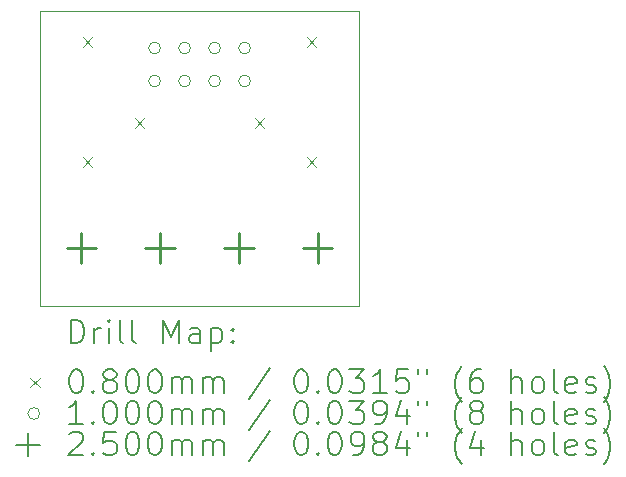
<source format=gbr>
%TF.GenerationSoftware,KiCad,Pcbnew,7.0.10*%
%TF.CreationDate,2024-07-28T21:48:20+02:00*%
%TF.ProjectId,Traffic LED Board,54726166-6669-4632-904c-454420426f61,rev?*%
%TF.SameCoordinates,Original*%
%TF.FileFunction,Drillmap*%
%TF.FilePolarity,Positive*%
%FSLAX45Y45*%
G04 Gerber Fmt 4.5, Leading zero omitted, Abs format (unit mm)*
G04 Created by KiCad (PCBNEW 7.0.10) date 2024-07-28 21:48:20*
%MOMM*%
%LPD*%
G01*
G04 APERTURE LIST*
%ADD10C,0.050000*%
%ADD11C,0.200000*%
%ADD12C,0.100000*%
%ADD13C,0.250000*%
G04 APERTURE END LIST*
D10*
X9977400Y-10000000D02*
X12677400Y-10000000D01*
X12677400Y-12500000D01*
X9977400Y-12500000D01*
X9977400Y-10000000D01*
D11*
D12*
X10337400Y-10221600D02*
X10417400Y-10301600D01*
X10417400Y-10221600D02*
X10337400Y-10301600D01*
X10337400Y-11237600D02*
X10417400Y-11317600D01*
X10417400Y-11237600D02*
X10337400Y-11317600D01*
X10779400Y-10907400D02*
X10859400Y-10987400D01*
X10859400Y-10907400D02*
X10779400Y-10987400D01*
X11795400Y-10907400D02*
X11875400Y-10987400D01*
X11875400Y-10907400D02*
X11795400Y-10987400D01*
X12237400Y-10221600D02*
X12317400Y-10301600D01*
X12317400Y-10221600D02*
X12237400Y-10301600D01*
X12237400Y-11237600D02*
X12317400Y-11317600D01*
X12317400Y-11237600D02*
X12237400Y-11317600D01*
X10997400Y-10312400D02*
G75*
G03*
X10897400Y-10312400I-50000J0D01*
G01*
X10897400Y-10312400D02*
G75*
G03*
X10997400Y-10312400I50000J0D01*
G01*
X10997400Y-10591800D02*
G75*
G03*
X10897400Y-10591800I-50000J0D01*
G01*
X10897400Y-10591800D02*
G75*
G03*
X10997400Y-10591800I50000J0D01*
G01*
X11251400Y-10312400D02*
G75*
G03*
X11151400Y-10312400I-50000J0D01*
G01*
X11151400Y-10312400D02*
G75*
G03*
X11251400Y-10312400I50000J0D01*
G01*
X11251400Y-10591800D02*
G75*
G03*
X11151400Y-10591800I-50000J0D01*
G01*
X11151400Y-10591800D02*
G75*
G03*
X11251400Y-10591800I50000J0D01*
G01*
X11505400Y-10312400D02*
G75*
G03*
X11405400Y-10312400I-50000J0D01*
G01*
X11405400Y-10312400D02*
G75*
G03*
X11505400Y-10312400I50000J0D01*
G01*
X11505400Y-10591800D02*
G75*
G03*
X11405400Y-10591800I-50000J0D01*
G01*
X11405400Y-10591800D02*
G75*
G03*
X11505400Y-10591800I50000J0D01*
G01*
X11759400Y-10312400D02*
G75*
G03*
X11659400Y-10312400I-50000J0D01*
G01*
X11659400Y-10312400D02*
G75*
G03*
X11759400Y-10312400I50000J0D01*
G01*
X11759400Y-10591800D02*
G75*
G03*
X11659400Y-10591800I-50000J0D01*
G01*
X11659400Y-10591800D02*
G75*
G03*
X11759400Y-10591800I50000J0D01*
G01*
D13*
X10328393Y-11881436D02*
X10328393Y-12131436D01*
X10203393Y-12006436D02*
X10453393Y-12006436D01*
X10995060Y-11881436D02*
X10995060Y-12131436D01*
X10870060Y-12006436D02*
X11120060Y-12006436D01*
X11661726Y-11881436D02*
X11661726Y-12131436D01*
X11536726Y-12006436D02*
X11786726Y-12006436D01*
X12328393Y-11881436D02*
X12328393Y-12131436D01*
X12203393Y-12006436D02*
X12453393Y-12006436D01*
D11*
X10235677Y-12813984D02*
X10235677Y-12613984D01*
X10235677Y-12613984D02*
X10283296Y-12613984D01*
X10283296Y-12613984D02*
X10311867Y-12623508D01*
X10311867Y-12623508D02*
X10330915Y-12642555D01*
X10330915Y-12642555D02*
X10340439Y-12661603D01*
X10340439Y-12661603D02*
X10349963Y-12699698D01*
X10349963Y-12699698D02*
X10349963Y-12728269D01*
X10349963Y-12728269D02*
X10340439Y-12766365D01*
X10340439Y-12766365D02*
X10330915Y-12785412D01*
X10330915Y-12785412D02*
X10311867Y-12804460D01*
X10311867Y-12804460D02*
X10283296Y-12813984D01*
X10283296Y-12813984D02*
X10235677Y-12813984D01*
X10435677Y-12813984D02*
X10435677Y-12680650D01*
X10435677Y-12718746D02*
X10445201Y-12699698D01*
X10445201Y-12699698D02*
X10454724Y-12690174D01*
X10454724Y-12690174D02*
X10473772Y-12680650D01*
X10473772Y-12680650D02*
X10492820Y-12680650D01*
X10559486Y-12813984D02*
X10559486Y-12680650D01*
X10559486Y-12613984D02*
X10549963Y-12623508D01*
X10549963Y-12623508D02*
X10559486Y-12633031D01*
X10559486Y-12633031D02*
X10569010Y-12623508D01*
X10569010Y-12623508D02*
X10559486Y-12613984D01*
X10559486Y-12613984D02*
X10559486Y-12633031D01*
X10683296Y-12813984D02*
X10664248Y-12804460D01*
X10664248Y-12804460D02*
X10654724Y-12785412D01*
X10654724Y-12785412D02*
X10654724Y-12613984D01*
X10788058Y-12813984D02*
X10769010Y-12804460D01*
X10769010Y-12804460D02*
X10759486Y-12785412D01*
X10759486Y-12785412D02*
X10759486Y-12613984D01*
X11016629Y-12813984D02*
X11016629Y-12613984D01*
X11016629Y-12613984D02*
X11083296Y-12756841D01*
X11083296Y-12756841D02*
X11149963Y-12613984D01*
X11149963Y-12613984D02*
X11149963Y-12813984D01*
X11330915Y-12813984D02*
X11330915Y-12709222D01*
X11330915Y-12709222D02*
X11321391Y-12690174D01*
X11321391Y-12690174D02*
X11302343Y-12680650D01*
X11302343Y-12680650D02*
X11264248Y-12680650D01*
X11264248Y-12680650D02*
X11245201Y-12690174D01*
X11330915Y-12804460D02*
X11311867Y-12813984D01*
X11311867Y-12813984D02*
X11264248Y-12813984D01*
X11264248Y-12813984D02*
X11245201Y-12804460D01*
X11245201Y-12804460D02*
X11235677Y-12785412D01*
X11235677Y-12785412D02*
X11235677Y-12766365D01*
X11235677Y-12766365D02*
X11245201Y-12747317D01*
X11245201Y-12747317D02*
X11264248Y-12737793D01*
X11264248Y-12737793D02*
X11311867Y-12737793D01*
X11311867Y-12737793D02*
X11330915Y-12728269D01*
X11426153Y-12680650D02*
X11426153Y-12880650D01*
X11426153Y-12690174D02*
X11445201Y-12680650D01*
X11445201Y-12680650D02*
X11483296Y-12680650D01*
X11483296Y-12680650D02*
X11502343Y-12690174D01*
X11502343Y-12690174D02*
X11511867Y-12699698D01*
X11511867Y-12699698D02*
X11521391Y-12718746D01*
X11521391Y-12718746D02*
X11521391Y-12775888D01*
X11521391Y-12775888D02*
X11511867Y-12794936D01*
X11511867Y-12794936D02*
X11502343Y-12804460D01*
X11502343Y-12804460D02*
X11483296Y-12813984D01*
X11483296Y-12813984D02*
X11445201Y-12813984D01*
X11445201Y-12813984D02*
X11426153Y-12804460D01*
X11607105Y-12794936D02*
X11616629Y-12804460D01*
X11616629Y-12804460D02*
X11607105Y-12813984D01*
X11607105Y-12813984D02*
X11597582Y-12804460D01*
X11597582Y-12804460D02*
X11607105Y-12794936D01*
X11607105Y-12794936D02*
X11607105Y-12813984D01*
X11607105Y-12690174D02*
X11616629Y-12699698D01*
X11616629Y-12699698D02*
X11607105Y-12709222D01*
X11607105Y-12709222D02*
X11597582Y-12699698D01*
X11597582Y-12699698D02*
X11607105Y-12690174D01*
X11607105Y-12690174D02*
X11607105Y-12709222D01*
D12*
X9894900Y-13102500D02*
X9974900Y-13182500D01*
X9974900Y-13102500D02*
X9894900Y-13182500D01*
D11*
X10273772Y-13033984D02*
X10292820Y-13033984D01*
X10292820Y-13033984D02*
X10311867Y-13043508D01*
X10311867Y-13043508D02*
X10321391Y-13053031D01*
X10321391Y-13053031D02*
X10330915Y-13072079D01*
X10330915Y-13072079D02*
X10340439Y-13110174D01*
X10340439Y-13110174D02*
X10340439Y-13157793D01*
X10340439Y-13157793D02*
X10330915Y-13195888D01*
X10330915Y-13195888D02*
X10321391Y-13214936D01*
X10321391Y-13214936D02*
X10311867Y-13224460D01*
X10311867Y-13224460D02*
X10292820Y-13233984D01*
X10292820Y-13233984D02*
X10273772Y-13233984D01*
X10273772Y-13233984D02*
X10254724Y-13224460D01*
X10254724Y-13224460D02*
X10245201Y-13214936D01*
X10245201Y-13214936D02*
X10235677Y-13195888D01*
X10235677Y-13195888D02*
X10226153Y-13157793D01*
X10226153Y-13157793D02*
X10226153Y-13110174D01*
X10226153Y-13110174D02*
X10235677Y-13072079D01*
X10235677Y-13072079D02*
X10245201Y-13053031D01*
X10245201Y-13053031D02*
X10254724Y-13043508D01*
X10254724Y-13043508D02*
X10273772Y-13033984D01*
X10426153Y-13214936D02*
X10435677Y-13224460D01*
X10435677Y-13224460D02*
X10426153Y-13233984D01*
X10426153Y-13233984D02*
X10416629Y-13224460D01*
X10416629Y-13224460D02*
X10426153Y-13214936D01*
X10426153Y-13214936D02*
X10426153Y-13233984D01*
X10549963Y-13119698D02*
X10530915Y-13110174D01*
X10530915Y-13110174D02*
X10521391Y-13100650D01*
X10521391Y-13100650D02*
X10511867Y-13081603D01*
X10511867Y-13081603D02*
X10511867Y-13072079D01*
X10511867Y-13072079D02*
X10521391Y-13053031D01*
X10521391Y-13053031D02*
X10530915Y-13043508D01*
X10530915Y-13043508D02*
X10549963Y-13033984D01*
X10549963Y-13033984D02*
X10588058Y-13033984D01*
X10588058Y-13033984D02*
X10607105Y-13043508D01*
X10607105Y-13043508D02*
X10616629Y-13053031D01*
X10616629Y-13053031D02*
X10626153Y-13072079D01*
X10626153Y-13072079D02*
X10626153Y-13081603D01*
X10626153Y-13081603D02*
X10616629Y-13100650D01*
X10616629Y-13100650D02*
X10607105Y-13110174D01*
X10607105Y-13110174D02*
X10588058Y-13119698D01*
X10588058Y-13119698D02*
X10549963Y-13119698D01*
X10549963Y-13119698D02*
X10530915Y-13129222D01*
X10530915Y-13129222D02*
X10521391Y-13138746D01*
X10521391Y-13138746D02*
X10511867Y-13157793D01*
X10511867Y-13157793D02*
X10511867Y-13195888D01*
X10511867Y-13195888D02*
X10521391Y-13214936D01*
X10521391Y-13214936D02*
X10530915Y-13224460D01*
X10530915Y-13224460D02*
X10549963Y-13233984D01*
X10549963Y-13233984D02*
X10588058Y-13233984D01*
X10588058Y-13233984D02*
X10607105Y-13224460D01*
X10607105Y-13224460D02*
X10616629Y-13214936D01*
X10616629Y-13214936D02*
X10626153Y-13195888D01*
X10626153Y-13195888D02*
X10626153Y-13157793D01*
X10626153Y-13157793D02*
X10616629Y-13138746D01*
X10616629Y-13138746D02*
X10607105Y-13129222D01*
X10607105Y-13129222D02*
X10588058Y-13119698D01*
X10749963Y-13033984D02*
X10769010Y-13033984D01*
X10769010Y-13033984D02*
X10788058Y-13043508D01*
X10788058Y-13043508D02*
X10797582Y-13053031D01*
X10797582Y-13053031D02*
X10807105Y-13072079D01*
X10807105Y-13072079D02*
X10816629Y-13110174D01*
X10816629Y-13110174D02*
X10816629Y-13157793D01*
X10816629Y-13157793D02*
X10807105Y-13195888D01*
X10807105Y-13195888D02*
X10797582Y-13214936D01*
X10797582Y-13214936D02*
X10788058Y-13224460D01*
X10788058Y-13224460D02*
X10769010Y-13233984D01*
X10769010Y-13233984D02*
X10749963Y-13233984D01*
X10749963Y-13233984D02*
X10730915Y-13224460D01*
X10730915Y-13224460D02*
X10721391Y-13214936D01*
X10721391Y-13214936D02*
X10711867Y-13195888D01*
X10711867Y-13195888D02*
X10702344Y-13157793D01*
X10702344Y-13157793D02*
X10702344Y-13110174D01*
X10702344Y-13110174D02*
X10711867Y-13072079D01*
X10711867Y-13072079D02*
X10721391Y-13053031D01*
X10721391Y-13053031D02*
X10730915Y-13043508D01*
X10730915Y-13043508D02*
X10749963Y-13033984D01*
X10940439Y-13033984D02*
X10959486Y-13033984D01*
X10959486Y-13033984D02*
X10978534Y-13043508D01*
X10978534Y-13043508D02*
X10988058Y-13053031D01*
X10988058Y-13053031D02*
X10997582Y-13072079D01*
X10997582Y-13072079D02*
X11007105Y-13110174D01*
X11007105Y-13110174D02*
X11007105Y-13157793D01*
X11007105Y-13157793D02*
X10997582Y-13195888D01*
X10997582Y-13195888D02*
X10988058Y-13214936D01*
X10988058Y-13214936D02*
X10978534Y-13224460D01*
X10978534Y-13224460D02*
X10959486Y-13233984D01*
X10959486Y-13233984D02*
X10940439Y-13233984D01*
X10940439Y-13233984D02*
X10921391Y-13224460D01*
X10921391Y-13224460D02*
X10911867Y-13214936D01*
X10911867Y-13214936D02*
X10902344Y-13195888D01*
X10902344Y-13195888D02*
X10892820Y-13157793D01*
X10892820Y-13157793D02*
X10892820Y-13110174D01*
X10892820Y-13110174D02*
X10902344Y-13072079D01*
X10902344Y-13072079D02*
X10911867Y-13053031D01*
X10911867Y-13053031D02*
X10921391Y-13043508D01*
X10921391Y-13043508D02*
X10940439Y-13033984D01*
X11092820Y-13233984D02*
X11092820Y-13100650D01*
X11092820Y-13119698D02*
X11102344Y-13110174D01*
X11102344Y-13110174D02*
X11121391Y-13100650D01*
X11121391Y-13100650D02*
X11149963Y-13100650D01*
X11149963Y-13100650D02*
X11169010Y-13110174D01*
X11169010Y-13110174D02*
X11178534Y-13129222D01*
X11178534Y-13129222D02*
X11178534Y-13233984D01*
X11178534Y-13129222D02*
X11188058Y-13110174D01*
X11188058Y-13110174D02*
X11207105Y-13100650D01*
X11207105Y-13100650D02*
X11235677Y-13100650D01*
X11235677Y-13100650D02*
X11254724Y-13110174D01*
X11254724Y-13110174D02*
X11264248Y-13129222D01*
X11264248Y-13129222D02*
X11264248Y-13233984D01*
X11359486Y-13233984D02*
X11359486Y-13100650D01*
X11359486Y-13119698D02*
X11369010Y-13110174D01*
X11369010Y-13110174D02*
X11388058Y-13100650D01*
X11388058Y-13100650D02*
X11416629Y-13100650D01*
X11416629Y-13100650D02*
X11435677Y-13110174D01*
X11435677Y-13110174D02*
X11445201Y-13129222D01*
X11445201Y-13129222D02*
X11445201Y-13233984D01*
X11445201Y-13129222D02*
X11454724Y-13110174D01*
X11454724Y-13110174D02*
X11473772Y-13100650D01*
X11473772Y-13100650D02*
X11502343Y-13100650D01*
X11502343Y-13100650D02*
X11521391Y-13110174D01*
X11521391Y-13110174D02*
X11530915Y-13129222D01*
X11530915Y-13129222D02*
X11530915Y-13233984D01*
X11921391Y-13024460D02*
X11749963Y-13281603D01*
X12178534Y-13033984D02*
X12197582Y-13033984D01*
X12197582Y-13033984D02*
X12216629Y-13043508D01*
X12216629Y-13043508D02*
X12226153Y-13053031D01*
X12226153Y-13053031D02*
X12235677Y-13072079D01*
X12235677Y-13072079D02*
X12245201Y-13110174D01*
X12245201Y-13110174D02*
X12245201Y-13157793D01*
X12245201Y-13157793D02*
X12235677Y-13195888D01*
X12235677Y-13195888D02*
X12226153Y-13214936D01*
X12226153Y-13214936D02*
X12216629Y-13224460D01*
X12216629Y-13224460D02*
X12197582Y-13233984D01*
X12197582Y-13233984D02*
X12178534Y-13233984D01*
X12178534Y-13233984D02*
X12159486Y-13224460D01*
X12159486Y-13224460D02*
X12149963Y-13214936D01*
X12149963Y-13214936D02*
X12140439Y-13195888D01*
X12140439Y-13195888D02*
X12130915Y-13157793D01*
X12130915Y-13157793D02*
X12130915Y-13110174D01*
X12130915Y-13110174D02*
X12140439Y-13072079D01*
X12140439Y-13072079D02*
X12149963Y-13053031D01*
X12149963Y-13053031D02*
X12159486Y-13043508D01*
X12159486Y-13043508D02*
X12178534Y-13033984D01*
X12330915Y-13214936D02*
X12340439Y-13224460D01*
X12340439Y-13224460D02*
X12330915Y-13233984D01*
X12330915Y-13233984D02*
X12321391Y-13224460D01*
X12321391Y-13224460D02*
X12330915Y-13214936D01*
X12330915Y-13214936D02*
X12330915Y-13233984D01*
X12464248Y-13033984D02*
X12483296Y-13033984D01*
X12483296Y-13033984D02*
X12502344Y-13043508D01*
X12502344Y-13043508D02*
X12511867Y-13053031D01*
X12511867Y-13053031D02*
X12521391Y-13072079D01*
X12521391Y-13072079D02*
X12530915Y-13110174D01*
X12530915Y-13110174D02*
X12530915Y-13157793D01*
X12530915Y-13157793D02*
X12521391Y-13195888D01*
X12521391Y-13195888D02*
X12511867Y-13214936D01*
X12511867Y-13214936D02*
X12502344Y-13224460D01*
X12502344Y-13224460D02*
X12483296Y-13233984D01*
X12483296Y-13233984D02*
X12464248Y-13233984D01*
X12464248Y-13233984D02*
X12445201Y-13224460D01*
X12445201Y-13224460D02*
X12435677Y-13214936D01*
X12435677Y-13214936D02*
X12426153Y-13195888D01*
X12426153Y-13195888D02*
X12416629Y-13157793D01*
X12416629Y-13157793D02*
X12416629Y-13110174D01*
X12416629Y-13110174D02*
X12426153Y-13072079D01*
X12426153Y-13072079D02*
X12435677Y-13053031D01*
X12435677Y-13053031D02*
X12445201Y-13043508D01*
X12445201Y-13043508D02*
X12464248Y-13033984D01*
X12597582Y-13033984D02*
X12721391Y-13033984D01*
X12721391Y-13033984D02*
X12654725Y-13110174D01*
X12654725Y-13110174D02*
X12683296Y-13110174D01*
X12683296Y-13110174D02*
X12702344Y-13119698D01*
X12702344Y-13119698D02*
X12711867Y-13129222D01*
X12711867Y-13129222D02*
X12721391Y-13148269D01*
X12721391Y-13148269D02*
X12721391Y-13195888D01*
X12721391Y-13195888D02*
X12711867Y-13214936D01*
X12711867Y-13214936D02*
X12702344Y-13224460D01*
X12702344Y-13224460D02*
X12683296Y-13233984D01*
X12683296Y-13233984D02*
X12626153Y-13233984D01*
X12626153Y-13233984D02*
X12607106Y-13224460D01*
X12607106Y-13224460D02*
X12597582Y-13214936D01*
X12911867Y-13233984D02*
X12797582Y-13233984D01*
X12854725Y-13233984D02*
X12854725Y-13033984D01*
X12854725Y-13033984D02*
X12835677Y-13062555D01*
X12835677Y-13062555D02*
X12816629Y-13081603D01*
X12816629Y-13081603D02*
X12797582Y-13091127D01*
X13092820Y-13033984D02*
X12997582Y-13033984D01*
X12997582Y-13033984D02*
X12988058Y-13129222D01*
X12988058Y-13129222D02*
X12997582Y-13119698D01*
X12997582Y-13119698D02*
X13016629Y-13110174D01*
X13016629Y-13110174D02*
X13064248Y-13110174D01*
X13064248Y-13110174D02*
X13083296Y-13119698D01*
X13083296Y-13119698D02*
X13092820Y-13129222D01*
X13092820Y-13129222D02*
X13102344Y-13148269D01*
X13102344Y-13148269D02*
X13102344Y-13195888D01*
X13102344Y-13195888D02*
X13092820Y-13214936D01*
X13092820Y-13214936D02*
X13083296Y-13224460D01*
X13083296Y-13224460D02*
X13064248Y-13233984D01*
X13064248Y-13233984D02*
X13016629Y-13233984D01*
X13016629Y-13233984D02*
X12997582Y-13224460D01*
X12997582Y-13224460D02*
X12988058Y-13214936D01*
X13178534Y-13033984D02*
X13178534Y-13072079D01*
X13254725Y-13033984D02*
X13254725Y-13072079D01*
X13549963Y-13310174D02*
X13540439Y-13300650D01*
X13540439Y-13300650D02*
X13521391Y-13272079D01*
X13521391Y-13272079D02*
X13511868Y-13253031D01*
X13511868Y-13253031D02*
X13502344Y-13224460D01*
X13502344Y-13224460D02*
X13492820Y-13176841D01*
X13492820Y-13176841D02*
X13492820Y-13138746D01*
X13492820Y-13138746D02*
X13502344Y-13091127D01*
X13502344Y-13091127D02*
X13511868Y-13062555D01*
X13511868Y-13062555D02*
X13521391Y-13043508D01*
X13521391Y-13043508D02*
X13540439Y-13014936D01*
X13540439Y-13014936D02*
X13549963Y-13005412D01*
X13711868Y-13033984D02*
X13673772Y-13033984D01*
X13673772Y-13033984D02*
X13654725Y-13043508D01*
X13654725Y-13043508D02*
X13645201Y-13053031D01*
X13645201Y-13053031D02*
X13626153Y-13081603D01*
X13626153Y-13081603D02*
X13616629Y-13119698D01*
X13616629Y-13119698D02*
X13616629Y-13195888D01*
X13616629Y-13195888D02*
X13626153Y-13214936D01*
X13626153Y-13214936D02*
X13635677Y-13224460D01*
X13635677Y-13224460D02*
X13654725Y-13233984D01*
X13654725Y-13233984D02*
X13692820Y-13233984D01*
X13692820Y-13233984D02*
X13711868Y-13224460D01*
X13711868Y-13224460D02*
X13721391Y-13214936D01*
X13721391Y-13214936D02*
X13730915Y-13195888D01*
X13730915Y-13195888D02*
X13730915Y-13148269D01*
X13730915Y-13148269D02*
X13721391Y-13129222D01*
X13721391Y-13129222D02*
X13711868Y-13119698D01*
X13711868Y-13119698D02*
X13692820Y-13110174D01*
X13692820Y-13110174D02*
X13654725Y-13110174D01*
X13654725Y-13110174D02*
X13635677Y-13119698D01*
X13635677Y-13119698D02*
X13626153Y-13129222D01*
X13626153Y-13129222D02*
X13616629Y-13148269D01*
X13969010Y-13233984D02*
X13969010Y-13033984D01*
X14054725Y-13233984D02*
X14054725Y-13129222D01*
X14054725Y-13129222D02*
X14045201Y-13110174D01*
X14045201Y-13110174D02*
X14026153Y-13100650D01*
X14026153Y-13100650D02*
X13997582Y-13100650D01*
X13997582Y-13100650D02*
X13978534Y-13110174D01*
X13978534Y-13110174D02*
X13969010Y-13119698D01*
X14178534Y-13233984D02*
X14159487Y-13224460D01*
X14159487Y-13224460D02*
X14149963Y-13214936D01*
X14149963Y-13214936D02*
X14140439Y-13195888D01*
X14140439Y-13195888D02*
X14140439Y-13138746D01*
X14140439Y-13138746D02*
X14149963Y-13119698D01*
X14149963Y-13119698D02*
X14159487Y-13110174D01*
X14159487Y-13110174D02*
X14178534Y-13100650D01*
X14178534Y-13100650D02*
X14207106Y-13100650D01*
X14207106Y-13100650D02*
X14226153Y-13110174D01*
X14226153Y-13110174D02*
X14235677Y-13119698D01*
X14235677Y-13119698D02*
X14245201Y-13138746D01*
X14245201Y-13138746D02*
X14245201Y-13195888D01*
X14245201Y-13195888D02*
X14235677Y-13214936D01*
X14235677Y-13214936D02*
X14226153Y-13224460D01*
X14226153Y-13224460D02*
X14207106Y-13233984D01*
X14207106Y-13233984D02*
X14178534Y-13233984D01*
X14359487Y-13233984D02*
X14340439Y-13224460D01*
X14340439Y-13224460D02*
X14330915Y-13205412D01*
X14330915Y-13205412D02*
X14330915Y-13033984D01*
X14511868Y-13224460D02*
X14492820Y-13233984D01*
X14492820Y-13233984D02*
X14454725Y-13233984D01*
X14454725Y-13233984D02*
X14435677Y-13224460D01*
X14435677Y-13224460D02*
X14426153Y-13205412D01*
X14426153Y-13205412D02*
X14426153Y-13129222D01*
X14426153Y-13129222D02*
X14435677Y-13110174D01*
X14435677Y-13110174D02*
X14454725Y-13100650D01*
X14454725Y-13100650D02*
X14492820Y-13100650D01*
X14492820Y-13100650D02*
X14511868Y-13110174D01*
X14511868Y-13110174D02*
X14521391Y-13129222D01*
X14521391Y-13129222D02*
X14521391Y-13148269D01*
X14521391Y-13148269D02*
X14426153Y-13167317D01*
X14597582Y-13224460D02*
X14616630Y-13233984D01*
X14616630Y-13233984D02*
X14654725Y-13233984D01*
X14654725Y-13233984D02*
X14673772Y-13224460D01*
X14673772Y-13224460D02*
X14683296Y-13205412D01*
X14683296Y-13205412D02*
X14683296Y-13195888D01*
X14683296Y-13195888D02*
X14673772Y-13176841D01*
X14673772Y-13176841D02*
X14654725Y-13167317D01*
X14654725Y-13167317D02*
X14626153Y-13167317D01*
X14626153Y-13167317D02*
X14607106Y-13157793D01*
X14607106Y-13157793D02*
X14597582Y-13138746D01*
X14597582Y-13138746D02*
X14597582Y-13129222D01*
X14597582Y-13129222D02*
X14607106Y-13110174D01*
X14607106Y-13110174D02*
X14626153Y-13100650D01*
X14626153Y-13100650D02*
X14654725Y-13100650D01*
X14654725Y-13100650D02*
X14673772Y-13110174D01*
X14749963Y-13310174D02*
X14759487Y-13300650D01*
X14759487Y-13300650D02*
X14778534Y-13272079D01*
X14778534Y-13272079D02*
X14788058Y-13253031D01*
X14788058Y-13253031D02*
X14797582Y-13224460D01*
X14797582Y-13224460D02*
X14807106Y-13176841D01*
X14807106Y-13176841D02*
X14807106Y-13138746D01*
X14807106Y-13138746D02*
X14797582Y-13091127D01*
X14797582Y-13091127D02*
X14788058Y-13062555D01*
X14788058Y-13062555D02*
X14778534Y-13043508D01*
X14778534Y-13043508D02*
X14759487Y-13014936D01*
X14759487Y-13014936D02*
X14749963Y-13005412D01*
D12*
X9974900Y-13406500D02*
G75*
G03*
X9874900Y-13406500I-50000J0D01*
G01*
X9874900Y-13406500D02*
G75*
G03*
X9974900Y-13406500I50000J0D01*
G01*
D11*
X10340439Y-13497984D02*
X10226153Y-13497984D01*
X10283296Y-13497984D02*
X10283296Y-13297984D01*
X10283296Y-13297984D02*
X10264248Y-13326555D01*
X10264248Y-13326555D02*
X10245201Y-13345603D01*
X10245201Y-13345603D02*
X10226153Y-13355127D01*
X10426153Y-13478936D02*
X10435677Y-13488460D01*
X10435677Y-13488460D02*
X10426153Y-13497984D01*
X10426153Y-13497984D02*
X10416629Y-13488460D01*
X10416629Y-13488460D02*
X10426153Y-13478936D01*
X10426153Y-13478936D02*
X10426153Y-13497984D01*
X10559486Y-13297984D02*
X10578534Y-13297984D01*
X10578534Y-13297984D02*
X10597582Y-13307508D01*
X10597582Y-13307508D02*
X10607105Y-13317031D01*
X10607105Y-13317031D02*
X10616629Y-13336079D01*
X10616629Y-13336079D02*
X10626153Y-13374174D01*
X10626153Y-13374174D02*
X10626153Y-13421793D01*
X10626153Y-13421793D02*
X10616629Y-13459888D01*
X10616629Y-13459888D02*
X10607105Y-13478936D01*
X10607105Y-13478936D02*
X10597582Y-13488460D01*
X10597582Y-13488460D02*
X10578534Y-13497984D01*
X10578534Y-13497984D02*
X10559486Y-13497984D01*
X10559486Y-13497984D02*
X10540439Y-13488460D01*
X10540439Y-13488460D02*
X10530915Y-13478936D01*
X10530915Y-13478936D02*
X10521391Y-13459888D01*
X10521391Y-13459888D02*
X10511867Y-13421793D01*
X10511867Y-13421793D02*
X10511867Y-13374174D01*
X10511867Y-13374174D02*
X10521391Y-13336079D01*
X10521391Y-13336079D02*
X10530915Y-13317031D01*
X10530915Y-13317031D02*
X10540439Y-13307508D01*
X10540439Y-13307508D02*
X10559486Y-13297984D01*
X10749963Y-13297984D02*
X10769010Y-13297984D01*
X10769010Y-13297984D02*
X10788058Y-13307508D01*
X10788058Y-13307508D02*
X10797582Y-13317031D01*
X10797582Y-13317031D02*
X10807105Y-13336079D01*
X10807105Y-13336079D02*
X10816629Y-13374174D01*
X10816629Y-13374174D02*
X10816629Y-13421793D01*
X10816629Y-13421793D02*
X10807105Y-13459888D01*
X10807105Y-13459888D02*
X10797582Y-13478936D01*
X10797582Y-13478936D02*
X10788058Y-13488460D01*
X10788058Y-13488460D02*
X10769010Y-13497984D01*
X10769010Y-13497984D02*
X10749963Y-13497984D01*
X10749963Y-13497984D02*
X10730915Y-13488460D01*
X10730915Y-13488460D02*
X10721391Y-13478936D01*
X10721391Y-13478936D02*
X10711867Y-13459888D01*
X10711867Y-13459888D02*
X10702344Y-13421793D01*
X10702344Y-13421793D02*
X10702344Y-13374174D01*
X10702344Y-13374174D02*
X10711867Y-13336079D01*
X10711867Y-13336079D02*
X10721391Y-13317031D01*
X10721391Y-13317031D02*
X10730915Y-13307508D01*
X10730915Y-13307508D02*
X10749963Y-13297984D01*
X10940439Y-13297984D02*
X10959486Y-13297984D01*
X10959486Y-13297984D02*
X10978534Y-13307508D01*
X10978534Y-13307508D02*
X10988058Y-13317031D01*
X10988058Y-13317031D02*
X10997582Y-13336079D01*
X10997582Y-13336079D02*
X11007105Y-13374174D01*
X11007105Y-13374174D02*
X11007105Y-13421793D01*
X11007105Y-13421793D02*
X10997582Y-13459888D01*
X10997582Y-13459888D02*
X10988058Y-13478936D01*
X10988058Y-13478936D02*
X10978534Y-13488460D01*
X10978534Y-13488460D02*
X10959486Y-13497984D01*
X10959486Y-13497984D02*
X10940439Y-13497984D01*
X10940439Y-13497984D02*
X10921391Y-13488460D01*
X10921391Y-13488460D02*
X10911867Y-13478936D01*
X10911867Y-13478936D02*
X10902344Y-13459888D01*
X10902344Y-13459888D02*
X10892820Y-13421793D01*
X10892820Y-13421793D02*
X10892820Y-13374174D01*
X10892820Y-13374174D02*
X10902344Y-13336079D01*
X10902344Y-13336079D02*
X10911867Y-13317031D01*
X10911867Y-13317031D02*
X10921391Y-13307508D01*
X10921391Y-13307508D02*
X10940439Y-13297984D01*
X11092820Y-13497984D02*
X11092820Y-13364650D01*
X11092820Y-13383698D02*
X11102344Y-13374174D01*
X11102344Y-13374174D02*
X11121391Y-13364650D01*
X11121391Y-13364650D02*
X11149963Y-13364650D01*
X11149963Y-13364650D02*
X11169010Y-13374174D01*
X11169010Y-13374174D02*
X11178534Y-13393222D01*
X11178534Y-13393222D02*
X11178534Y-13497984D01*
X11178534Y-13393222D02*
X11188058Y-13374174D01*
X11188058Y-13374174D02*
X11207105Y-13364650D01*
X11207105Y-13364650D02*
X11235677Y-13364650D01*
X11235677Y-13364650D02*
X11254724Y-13374174D01*
X11254724Y-13374174D02*
X11264248Y-13393222D01*
X11264248Y-13393222D02*
X11264248Y-13497984D01*
X11359486Y-13497984D02*
X11359486Y-13364650D01*
X11359486Y-13383698D02*
X11369010Y-13374174D01*
X11369010Y-13374174D02*
X11388058Y-13364650D01*
X11388058Y-13364650D02*
X11416629Y-13364650D01*
X11416629Y-13364650D02*
X11435677Y-13374174D01*
X11435677Y-13374174D02*
X11445201Y-13393222D01*
X11445201Y-13393222D02*
X11445201Y-13497984D01*
X11445201Y-13393222D02*
X11454724Y-13374174D01*
X11454724Y-13374174D02*
X11473772Y-13364650D01*
X11473772Y-13364650D02*
X11502343Y-13364650D01*
X11502343Y-13364650D02*
X11521391Y-13374174D01*
X11521391Y-13374174D02*
X11530915Y-13393222D01*
X11530915Y-13393222D02*
X11530915Y-13497984D01*
X11921391Y-13288460D02*
X11749963Y-13545603D01*
X12178534Y-13297984D02*
X12197582Y-13297984D01*
X12197582Y-13297984D02*
X12216629Y-13307508D01*
X12216629Y-13307508D02*
X12226153Y-13317031D01*
X12226153Y-13317031D02*
X12235677Y-13336079D01*
X12235677Y-13336079D02*
X12245201Y-13374174D01*
X12245201Y-13374174D02*
X12245201Y-13421793D01*
X12245201Y-13421793D02*
X12235677Y-13459888D01*
X12235677Y-13459888D02*
X12226153Y-13478936D01*
X12226153Y-13478936D02*
X12216629Y-13488460D01*
X12216629Y-13488460D02*
X12197582Y-13497984D01*
X12197582Y-13497984D02*
X12178534Y-13497984D01*
X12178534Y-13497984D02*
X12159486Y-13488460D01*
X12159486Y-13488460D02*
X12149963Y-13478936D01*
X12149963Y-13478936D02*
X12140439Y-13459888D01*
X12140439Y-13459888D02*
X12130915Y-13421793D01*
X12130915Y-13421793D02*
X12130915Y-13374174D01*
X12130915Y-13374174D02*
X12140439Y-13336079D01*
X12140439Y-13336079D02*
X12149963Y-13317031D01*
X12149963Y-13317031D02*
X12159486Y-13307508D01*
X12159486Y-13307508D02*
X12178534Y-13297984D01*
X12330915Y-13478936D02*
X12340439Y-13488460D01*
X12340439Y-13488460D02*
X12330915Y-13497984D01*
X12330915Y-13497984D02*
X12321391Y-13488460D01*
X12321391Y-13488460D02*
X12330915Y-13478936D01*
X12330915Y-13478936D02*
X12330915Y-13497984D01*
X12464248Y-13297984D02*
X12483296Y-13297984D01*
X12483296Y-13297984D02*
X12502344Y-13307508D01*
X12502344Y-13307508D02*
X12511867Y-13317031D01*
X12511867Y-13317031D02*
X12521391Y-13336079D01*
X12521391Y-13336079D02*
X12530915Y-13374174D01*
X12530915Y-13374174D02*
X12530915Y-13421793D01*
X12530915Y-13421793D02*
X12521391Y-13459888D01*
X12521391Y-13459888D02*
X12511867Y-13478936D01*
X12511867Y-13478936D02*
X12502344Y-13488460D01*
X12502344Y-13488460D02*
X12483296Y-13497984D01*
X12483296Y-13497984D02*
X12464248Y-13497984D01*
X12464248Y-13497984D02*
X12445201Y-13488460D01*
X12445201Y-13488460D02*
X12435677Y-13478936D01*
X12435677Y-13478936D02*
X12426153Y-13459888D01*
X12426153Y-13459888D02*
X12416629Y-13421793D01*
X12416629Y-13421793D02*
X12416629Y-13374174D01*
X12416629Y-13374174D02*
X12426153Y-13336079D01*
X12426153Y-13336079D02*
X12435677Y-13317031D01*
X12435677Y-13317031D02*
X12445201Y-13307508D01*
X12445201Y-13307508D02*
X12464248Y-13297984D01*
X12597582Y-13297984D02*
X12721391Y-13297984D01*
X12721391Y-13297984D02*
X12654725Y-13374174D01*
X12654725Y-13374174D02*
X12683296Y-13374174D01*
X12683296Y-13374174D02*
X12702344Y-13383698D01*
X12702344Y-13383698D02*
X12711867Y-13393222D01*
X12711867Y-13393222D02*
X12721391Y-13412269D01*
X12721391Y-13412269D02*
X12721391Y-13459888D01*
X12721391Y-13459888D02*
X12711867Y-13478936D01*
X12711867Y-13478936D02*
X12702344Y-13488460D01*
X12702344Y-13488460D02*
X12683296Y-13497984D01*
X12683296Y-13497984D02*
X12626153Y-13497984D01*
X12626153Y-13497984D02*
X12607106Y-13488460D01*
X12607106Y-13488460D02*
X12597582Y-13478936D01*
X12816629Y-13497984D02*
X12854725Y-13497984D01*
X12854725Y-13497984D02*
X12873772Y-13488460D01*
X12873772Y-13488460D02*
X12883296Y-13478936D01*
X12883296Y-13478936D02*
X12902344Y-13450365D01*
X12902344Y-13450365D02*
X12911867Y-13412269D01*
X12911867Y-13412269D02*
X12911867Y-13336079D01*
X12911867Y-13336079D02*
X12902344Y-13317031D01*
X12902344Y-13317031D02*
X12892820Y-13307508D01*
X12892820Y-13307508D02*
X12873772Y-13297984D01*
X12873772Y-13297984D02*
X12835677Y-13297984D01*
X12835677Y-13297984D02*
X12816629Y-13307508D01*
X12816629Y-13307508D02*
X12807106Y-13317031D01*
X12807106Y-13317031D02*
X12797582Y-13336079D01*
X12797582Y-13336079D02*
X12797582Y-13383698D01*
X12797582Y-13383698D02*
X12807106Y-13402746D01*
X12807106Y-13402746D02*
X12816629Y-13412269D01*
X12816629Y-13412269D02*
X12835677Y-13421793D01*
X12835677Y-13421793D02*
X12873772Y-13421793D01*
X12873772Y-13421793D02*
X12892820Y-13412269D01*
X12892820Y-13412269D02*
X12902344Y-13402746D01*
X12902344Y-13402746D02*
X12911867Y-13383698D01*
X13083296Y-13364650D02*
X13083296Y-13497984D01*
X13035677Y-13288460D02*
X12988058Y-13431317D01*
X12988058Y-13431317D02*
X13111867Y-13431317D01*
X13178534Y-13297984D02*
X13178534Y-13336079D01*
X13254725Y-13297984D02*
X13254725Y-13336079D01*
X13549963Y-13574174D02*
X13540439Y-13564650D01*
X13540439Y-13564650D02*
X13521391Y-13536079D01*
X13521391Y-13536079D02*
X13511868Y-13517031D01*
X13511868Y-13517031D02*
X13502344Y-13488460D01*
X13502344Y-13488460D02*
X13492820Y-13440841D01*
X13492820Y-13440841D02*
X13492820Y-13402746D01*
X13492820Y-13402746D02*
X13502344Y-13355127D01*
X13502344Y-13355127D02*
X13511868Y-13326555D01*
X13511868Y-13326555D02*
X13521391Y-13307508D01*
X13521391Y-13307508D02*
X13540439Y-13278936D01*
X13540439Y-13278936D02*
X13549963Y-13269412D01*
X13654725Y-13383698D02*
X13635677Y-13374174D01*
X13635677Y-13374174D02*
X13626153Y-13364650D01*
X13626153Y-13364650D02*
X13616629Y-13345603D01*
X13616629Y-13345603D02*
X13616629Y-13336079D01*
X13616629Y-13336079D02*
X13626153Y-13317031D01*
X13626153Y-13317031D02*
X13635677Y-13307508D01*
X13635677Y-13307508D02*
X13654725Y-13297984D01*
X13654725Y-13297984D02*
X13692820Y-13297984D01*
X13692820Y-13297984D02*
X13711868Y-13307508D01*
X13711868Y-13307508D02*
X13721391Y-13317031D01*
X13721391Y-13317031D02*
X13730915Y-13336079D01*
X13730915Y-13336079D02*
X13730915Y-13345603D01*
X13730915Y-13345603D02*
X13721391Y-13364650D01*
X13721391Y-13364650D02*
X13711868Y-13374174D01*
X13711868Y-13374174D02*
X13692820Y-13383698D01*
X13692820Y-13383698D02*
X13654725Y-13383698D01*
X13654725Y-13383698D02*
X13635677Y-13393222D01*
X13635677Y-13393222D02*
X13626153Y-13402746D01*
X13626153Y-13402746D02*
X13616629Y-13421793D01*
X13616629Y-13421793D02*
X13616629Y-13459888D01*
X13616629Y-13459888D02*
X13626153Y-13478936D01*
X13626153Y-13478936D02*
X13635677Y-13488460D01*
X13635677Y-13488460D02*
X13654725Y-13497984D01*
X13654725Y-13497984D02*
X13692820Y-13497984D01*
X13692820Y-13497984D02*
X13711868Y-13488460D01*
X13711868Y-13488460D02*
X13721391Y-13478936D01*
X13721391Y-13478936D02*
X13730915Y-13459888D01*
X13730915Y-13459888D02*
X13730915Y-13421793D01*
X13730915Y-13421793D02*
X13721391Y-13402746D01*
X13721391Y-13402746D02*
X13711868Y-13393222D01*
X13711868Y-13393222D02*
X13692820Y-13383698D01*
X13969010Y-13497984D02*
X13969010Y-13297984D01*
X14054725Y-13497984D02*
X14054725Y-13393222D01*
X14054725Y-13393222D02*
X14045201Y-13374174D01*
X14045201Y-13374174D02*
X14026153Y-13364650D01*
X14026153Y-13364650D02*
X13997582Y-13364650D01*
X13997582Y-13364650D02*
X13978534Y-13374174D01*
X13978534Y-13374174D02*
X13969010Y-13383698D01*
X14178534Y-13497984D02*
X14159487Y-13488460D01*
X14159487Y-13488460D02*
X14149963Y-13478936D01*
X14149963Y-13478936D02*
X14140439Y-13459888D01*
X14140439Y-13459888D02*
X14140439Y-13402746D01*
X14140439Y-13402746D02*
X14149963Y-13383698D01*
X14149963Y-13383698D02*
X14159487Y-13374174D01*
X14159487Y-13374174D02*
X14178534Y-13364650D01*
X14178534Y-13364650D02*
X14207106Y-13364650D01*
X14207106Y-13364650D02*
X14226153Y-13374174D01*
X14226153Y-13374174D02*
X14235677Y-13383698D01*
X14235677Y-13383698D02*
X14245201Y-13402746D01*
X14245201Y-13402746D02*
X14245201Y-13459888D01*
X14245201Y-13459888D02*
X14235677Y-13478936D01*
X14235677Y-13478936D02*
X14226153Y-13488460D01*
X14226153Y-13488460D02*
X14207106Y-13497984D01*
X14207106Y-13497984D02*
X14178534Y-13497984D01*
X14359487Y-13497984D02*
X14340439Y-13488460D01*
X14340439Y-13488460D02*
X14330915Y-13469412D01*
X14330915Y-13469412D02*
X14330915Y-13297984D01*
X14511868Y-13488460D02*
X14492820Y-13497984D01*
X14492820Y-13497984D02*
X14454725Y-13497984D01*
X14454725Y-13497984D02*
X14435677Y-13488460D01*
X14435677Y-13488460D02*
X14426153Y-13469412D01*
X14426153Y-13469412D02*
X14426153Y-13393222D01*
X14426153Y-13393222D02*
X14435677Y-13374174D01*
X14435677Y-13374174D02*
X14454725Y-13364650D01*
X14454725Y-13364650D02*
X14492820Y-13364650D01*
X14492820Y-13364650D02*
X14511868Y-13374174D01*
X14511868Y-13374174D02*
X14521391Y-13393222D01*
X14521391Y-13393222D02*
X14521391Y-13412269D01*
X14521391Y-13412269D02*
X14426153Y-13431317D01*
X14597582Y-13488460D02*
X14616630Y-13497984D01*
X14616630Y-13497984D02*
X14654725Y-13497984D01*
X14654725Y-13497984D02*
X14673772Y-13488460D01*
X14673772Y-13488460D02*
X14683296Y-13469412D01*
X14683296Y-13469412D02*
X14683296Y-13459888D01*
X14683296Y-13459888D02*
X14673772Y-13440841D01*
X14673772Y-13440841D02*
X14654725Y-13431317D01*
X14654725Y-13431317D02*
X14626153Y-13431317D01*
X14626153Y-13431317D02*
X14607106Y-13421793D01*
X14607106Y-13421793D02*
X14597582Y-13402746D01*
X14597582Y-13402746D02*
X14597582Y-13393222D01*
X14597582Y-13393222D02*
X14607106Y-13374174D01*
X14607106Y-13374174D02*
X14626153Y-13364650D01*
X14626153Y-13364650D02*
X14654725Y-13364650D01*
X14654725Y-13364650D02*
X14673772Y-13374174D01*
X14749963Y-13574174D02*
X14759487Y-13564650D01*
X14759487Y-13564650D02*
X14778534Y-13536079D01*
X14778534Y-13536079D02*
X14788058Y-13517031D01*
X14788058Y-13517031D02*
X14797582Y-13488460D01*
X14797582Y-13488460D02*
X14807106Y-13440841D01*
X14807106Y-13440841D02*
X14807106Y-13402746D01*
X14807106Y-13402746D02*
X14797582Y-13355127D01*
X14797582Y-13355127D02*
X14788058Y-13326555D01*
X14788058Y-13326555D02*
X14778534Y-13307508D01*
X14778534Y-13307508D02*
X14759487Y-13278936D01*
X14759487Y-13278936D02*
X14749963Y-13269412D01*
X9874900Y-13570500D02*
X9874900Y-13770500D01*
X9774900Y-13670500D02*
X9974900Y-13670500D01*
X10226153Y-13581031D02*
X10235677Y-13571508D01*
X10235677Y-13571508D02*
X10254724Y-13561984D01*
X10254724Y-13561984D02*
X10302344Y-13561984D01*
X10302344Y-13561984D02*
X10321391Y-13571508D01*
X10321391Y-13571508D02*
X10330915Y-13581031D01*
X10330915Y-13581031D02*
X10340439Y-13600079D01*
X10340439Y-13600079D02*
X10340439Y-13619127D01*
X10340439Y-13619127D02*
X10330915Y-13647698D01*
X10330915Y-13647698D02*
X10216629Y-13761984D01*
X10216629Y-13761984D02*
X10340439Y-13761984D01*
X10426153Y-13742936D02*
X10435677Y-13752460D01*
X10435677Y-13752460D02*
X10426153Y-13761984D01*
X10426153Y-13761984D02*
X10416629Y-13752460D01*
X10416629Y-13752460D02*
X10426153Y-13742936D01*
X10426153Y-13742936D02*
X10426153Y-13761984D01*
X10616629Y-13561984D02*
X10521391Y-13561984D01*
X10521391Y-13561984D02*
X10511867Y-13657222D01*
X10511867Y-13657222D02*
X10521391Y-13647698D01*
X10521391Y-13647698D02*
X10540439Y-13638174D01*
X10540439Y-13638174D02*
X10588058Y-13638174D01*
X10588058Y-13638174D02*
X10607105Y-13647698D01*
X10607105Y-13647698D02*
X10616629Y-13657222D01*
X10616629Y-13657222D02*
X10626153Y-13676269D01*
X10626153Y-13676269D02*
X10626153Y-13723888D01*
X10626153Y-13723888D02*
X10616629Y-13742936D01*
X10616629Y-13742936D02*
X10607105Y-13752460D01*
X10607105Y-13752460D02*
X10588058Y-13761984D01*
X10588058Y-13761984D02*
X10540439Y-13761984D01*
X10540439Y-13761984D02*
X10521391Y-13752460D01*
X10521391Y-13752460D02*
X10511867Y-13742936D01*
X10749963Y-13561984D02*
X10769010Y-13561984D01*
X10769010Y-13561984D02*
X10788058Y-13571508D01*
X10788058Y-13571508D02*
X10797582Y-13581031D01*
X10797582Y-13581031D02*
X10807105Y-13600079D01*
X10807105Y-13600079D02*
X10816629Y-13638174D01*
X10816629Y-13638174D02*
X10816629Y-13685793D01*
X10816629Y-13685793D02*
X10807105Y-13723888D01*
X10807105Y-13723888D02*
X10797582Y-13742936D01*
X10797582Y-13742936D02*
X10788058Y-13752460D01*
X10788058Y-13752460D02*
X10769010Y-13761984D01*
X10769010Y-13761984D02*
X10749963Y-13761984D01*
X10749963Y-13761984D02*
X10730915Y-13752460D01*
X10730915Y-13752460D02*
X10721391Y-13742936D01*
X10721391Y-13742936D02*
X10711867Y-13723888D01*
X10711867Y-13723888D02*
X10702344Y-13685793D01*
X10702344Y-13685793D02*
X10702344Y-13638174D01*
X10702344Y-13638174D02*
X10711867Y-13600079D01*
X10711867Y-13600079D02*
X10721391Y-13581031D01*
X10721391Y-13581031D02*
X10730915Y-13571508D01*
X10730915Y-13571508D02*
X10749963Y-13561984D01*
X10940439Y-13561984D02*
X10959486Y-13561984D01*
X10959486Y-13561984D02*
X10978534Y-13571508D01*
X10978534Y-13571508D02*
X10988058Y-13581031D01*
X10988058Y-13581031D02*
X10997582Y-13600079D01*
X10997582Y-13600079D02*
X11007105Y-13638174D01*
X11007105Y-13638174D02*
X11007105Y-13685793D01*
X11007105Y-13685793D02*
X10997582Y-13723888D01*
X10997582Y-13723888D02*
X10988058Y-13742936D01*
X10988058Y-13742936D02*
X10978534Y-13752460D01*
X10978534Y-13752460D02*
X10959486Y-13761984D01*
X10959486Y-13761984D02*
X10940439Y-13761984D01*
X10940439Y-13761984D02*
X10921391Y-13752460D01*
X10921391Y-13752460D02*
X10911867Y-13742936D01*
X10911867Y-13742936D02*
X10902344Y-13723888D01*
X10902344Y-13723888D02*
X10892820Y-13685793D01*
X10892820Y-13685793D02*
X10892820Y-13638174D01*
X10892820Y-13638174D02*
X10902344Y-13600079D01*
X10902344Y-13600079D02*
X10911867Y-13581031D01*
X10911867Y-13581031D02*
X10921391Y-13571508D01*
X10921391Y-13571508D02*
X10940439Y-13561984D01*
X11092820Y-13761984D02*
X11092820Y-13628650D01*
X11092820Y-13647698D02*
X11102344Y-13638174D01*
X11102344Y-13638174D02*
X11121391Y-13628650D01*
X11121391Y-13628650D02*
X11149963Y-13628650D01*
X11149963Y-13628650D02*
X11169010Y-13638174D01*
X11169010Y-13638174D02*
X11178534Y-13657222D01*
X11178534Y-13657222D02*
X11178534Y-13761984D01*
X11178534Y-13657222D02*
X11188058Y-13638174D01*
X11188058Y-13638174D02*
X11207105Y-13628650D01*
X11207105Y-13628650D02*
X11235677Y-13628650D01*
X11235677Y-13628650D02*
X11254724Y-13638174D01*
X11254724Y-13638174D02*
X11264248Y-13657222D01*
X11264248Y-13657222D02*
X11264248Y-13761984D01*
X11359486Y-13761984D02*
X11359486Y-13628650D01*
X11359486Y-13647698D02*
X11369010Y-13638174D01*
X11369010Y-13638174D02*
X11388058Y-13628650D01*
X11388058Y-13628650D02*
X11416629Y-13628650D01*
X11416629Y-13628650D02*
X11435677Y-13638174D01*
X11435677Y-13638174D02*
X11445201Y-13657222D01*
X11445201Y-13657222D02*
X11445201Y-13761984D01*
X11445201Y-13657222D02*
X11454724Y-13638174D01*
X11454724Y-13638174D02*
X11473772Y-13628650D01*
X11473772Y-13628650D02*
X11502343Y-13628650D01*
X11502343Y-13628650D02*
X11521391Y-13638174D01*
X11521391Y-13638174D02*
X11530915Y-13657222D01*
X11530915Y-13657222D02*
X11530915Y-13761984D01*
X11921391Y-13552460D02*
X11749963Y-13809603D01*
X12178534Y-13561984D02*
X12197582Y-13561984D01*
X12197582Y-13561984D02*
X12216629Y-13571508D01*
X12216629Y-13571508D02*
X12226153Y-13581031D01*
X12226153Y-13581031D02*
X12235677Y-13600079D01*
X12235677Y-13600079D02*
X12245201Y-13638174D01*
X12245201Y-13638174D02*
X12245201Y-13685793D01*
X12245201Y-13685793D02*
X12235677Y-13723888D01*
X12235677Y-13723888D02*
X12226153Y-13742936D01*
X12226153Y-13742936D02*
X12216629Y-13752460D01*
X12216629Y-13752460D02*
X12197582Y-13761984D01*
X12197582Y-13761984D02*
X12178534Y-13761984D01*
X12178534Y-13761984D02*
X12159486Y-13752460D01*
X12159486Y-13752460D02*
X12149963Y-13742936D01*
X12149963Y-13742936D02*
X12140439Y-13723888D01*
X12140439Y-13723888D02*
X12130915Y-13685793D01*
X12130915Y-13685793D02*
X12130915Y-13638174D01*
X12130915Y-13638174D02*
X12140439Y-13600079D01*
X12140439Y-13600079D02*
X12149963Y-13581031D01*
X12149963Y-13581031D02*
X12159486Y-13571508D01*
X12159486Y-13571508D02*
X12178534Y-13561984D01*
X12330915Y-13742936D02*
X12340439Y-13752460D01*
X12340439Y-13752460D02*
X12330915Y-13761984D01*
X12330915Y-13761984D02*
X12321391Y-13752460D01*
X12321391Y-13752460D02*
X12330915Y-13742936D01*
X12330915Y-13742936D02*
X12330915Y-13761984D01*
X12464248Y-13561984D02*
X12483296Y-13561984D01*
X12483296Y-13561984D02*
X12502344Y-13571508D01*
X12502344Y-13571508D02*
X12511867Y-13581031D01*
X12511867Y-13581031D02*
X12521391Y-13600079D01*
X12521391Y-13600079D02*
X12530915Y-13638174D01*
X12530915Y-13638174D02*
X12530915Y-13685793D01*
X12530915Y-13685793D02*
X12521391Y-13723888D01*
X12521391Y-13723888D02*
X12511867Y-13742936D01*
X12511867Y-13742936D02*
X12502344Y-13752460D01*
X12502344Y-13752460D02*
X12483296Y-13761984D01*
X12483296Y-13761984D02*
X12464248Y-13761984D01*
X12464248Y-13761984D02*
X12445201Y-13752460D01*
X12445201Y-13752460D02*
X12435677Y-13742936D01*
X12435677Y-13742936D02*
X12426153Y-13723888D01*
X12426153Y-13723888D02*
X12416629Y-13685793D01*
X12416629Y-13685793D02*
X12416629Y-13638174D01*
X12416629Y-13638174D02*
X12426153Y-13600079D01*
X12426153Y-13600079D02*
X12435677Y-13581031D01*
X12435677Y-13581031D02*
X12445201Y-13571508D01*
X12445201Y-13571508D02*
X12464248Y-13561984D01*
X12626153Y-13761984D02*
X12664248Y-13761984D01*
X12664248Y-13761984D02*
X12683296Y-13752460D01*
X12683296Y-13752460D02*
X12692820Y-13742936D01*
X12692820Y-13742936D02*
X12711867Y-13714365D01*
X12711867Y-13714365D02*
X12721391Y-13676269D01*
X12721391Y-13676269D02*
X12721391Y-13600079D01*
X12721391Y-13600079D02*
X12711867Y-13581031D01*
X12711867Y-13581031D02*
X12702344Y-13571508D01*
X12702344Y-13571508D02*
X12683296Y-13561984D01*
X12683296Y-13561984D02*
X12645201Y-13561984D01*
X12645201Y-13561984D02*
X12626153Y-13571508D01*
X12626153Y-13571508D02*
X12616629Y-13581031D01*
X12616629Y-13581031D02*
X12607106Y-13600079D01*
X12607106Y-13600079D02*
X12607106Y-13647698D01*
X12607106Y-13647698D02*
X12616629Y-13666746D01*
X12616629Y-13666746D02*
X12626153Y-13676269D01*
X12626153Y-13676269D02*
X12645201Y-13685793D01*
X12645201Y-13685793D02*
X12683296Y-13685793D01*
X12683296Y-13685793D02*
X12702344Y-13676269D01*
X12702344Y-13676269D02*
X12711867Y-13666746D01*
X12711867Y-13666746D02*
X12721391Y-13647698D01*
X12835677Y-13647698D02*
X12816629Y-13638174D01*
X12816629Y-13638174D02*
X12807106Y-13628650D01*
X12807106Y-13628650D02*
X12797582Y-13609603D01*
X12797582Y-13609603D02*
X12797582Y-13600079D01*
X12797582Y-13600079D02*
X12807106Y-13581031D01*
X12807106Y-13581031D02*
X12816629Y-13571508D01*
X12816629Y-13571508D02*
X12835677Y-13561984D01*
X12835677Y-13561984D02*
X12873772Y-13561984D01*
X12873772Y-13561984D02*
X12892820Y-13571508D01*
X12892820Y-13571508D02*
X12902344Y-13581031D01*
X12902344Y-13581031D02*
X12911867Y-13600079D01*
X12911867Y-13600079D02*
X12911867Y-13609603D01*
X12911867Y-13609603D02*
X12902344Y-13628650D01*
X12902344Y-13628650D02*
X12892820Y-13638174D01*
X12892820Y-13638174D02*
X12873772Y-13647698D01*
X12873772Y-13647698D02*
X12835677Y-13647698D01*
X12835677Y-13647698D02*
X12816629Y-13657222D01*
X12816629Y-13657222D02*
X12807106Y-13666746D01*
X12807106Y-13666746D02*
X12797582Y-13685793D01*
X12797582Y-13685793D02*
X12797582Y-13723888D01*
X12797582Y-13723888D02*
X12807106Y-13742936D01*
X12807106Y-13742936D02*
X12816629Y-13752460D01*
X12816629Y-13752460D02*
X12835677Y-13761984D01*
X12835677Y-13761984D02*
X12873772Y-13761984D01*
X12873772Y-13761984D02*
X12892820Y-13752460D01*
X12892820Y-13752460D02*
X12902344Y-13742936D01*
X12902344Y-13742936D02*
X12911867Y-13723888D01*
X12911867Y-13723888D02*
X12911867Y-13685793D01*
X12911867Y-13685793D02*
X12902344Y-13666746D01*
X12902344Y-13666746D02*
X12892820Y-13657222D01*
X12892820Y-13657222D02*
X12873772Y-13647698D01*
X13083296Y-13628650D02*
X13083296Y-13761984D01*
X13035677Y-13552460D02*
X12988058Y-13695317D01*
X12988058Y-13695317D02*
X13111867Y-13695317D01*
X13178534Y-13561984D02*
X13178534Y-13600079D01*
X13254725Y-13561984D02*
X13254725Y-13600079D01*
X13549963Y-13838174D02*
X13540439Y-13828650D01*
X13540439Y-13828650D02*
X13521391Y-13800079D01*
X13521391Y-13800079D02*
X13511868Y-13781031D01*
X13511868Y-13781031D02*
X13502344Y-13752460D01*
X13502344Y-13752460D02*
X13492820Y-13704841D01*
X13492820Y-13704841D02*
X13492820Y-13666746D01*
X13492820Y-13666746D02*
X13502344Y-13619127D01*
X13502344Y-13619127D02*
X13511868Y-13590555D01*
X13511868Y-13590555D02*
X13521391Y-13571508D01*
X13521391Y-13571508D02*
X13540439Y-13542936D01*
X13540439Y-13542936D02*
X13549963Y-13533412D01*
X13711868Y-13628650D02*
X13711868Y-13761984D01*
X13664248Y-13552460D02*
X13616629Y-13695317D01*
X13616629Y-13695317D02*
X13740439Y-13695317D01*
X13969010Y-13761984D02*
X13969010Y-13561984D01*
X14054725Y-13761984D02*
X14054725Y-13657222D01*
X14054725Y-13657222D02*
X14045201Y-13638174D01*
X14045201Y-13638174D02*
X14026153Y-13628650D01*
X14026153Y-13628650D02*
X13997582Y-13628650D01*
X13997582Y-13628650D02*
X13978534Y-13638174D01*
X13978534Y-13638174D02*
X13969010Y-13647698D01*
X14178534Y-13761984D02*
X14159487Y-13752460D01*
X14159487Y-13752460D02*
X14149963Y-13742936D01*
X14149963Y-13742936D02*
X14140439Y-13723888D01*
X14140439Y-13723888D02*
X14140439Y-13666746D01*
X14140439Y-13666746D02*
X14149963Y-13647698D01*
X14149963Y-13647698D02*
X14159487Y-13638174D01*
X14159487Y-13638174D02*
X14178534Y-13628650D01*
X14178534Y-13628650D02*
X14207106Y-13628650D01*
X14207106Y-13628650D02*
X14226153Y-13638174D01*
X14226153Y-13638174D02*
X14235677Y-13647698D01*
X14235677Y-13647698D02*
X14245201Y-13666746D01*
X14245201Y-13666746D02*
X14245201Y-13723888D01*
X14245201Y-13723888D02*
X14235677Y-13742936D01*
X14235677Y-13742936D02*
X14226153Y-13752460D01*
X14226153Y-13752460D02*
X14207106Y-13761984D01*
X14207106Y-13761984D02*
X14178534Y-13761984D01*
X14359487Y-13761984D02*
X14340439Y-13752460D01*
X14340439Y-13752460D02*
X14330915Y-13733412D01*
X14330915Y-13733412D02*
X14330915Y-13561984D01*
X14511868Y-13752460D02*
X14492820Y-13761984D01*
X14492820Y-13761984D02*
X14454725Y-13761984D01*
X14454725Y-13761984D02*
X14435677Y-13752460D01*
X14435677Y-13752460D02*
X14426153Y-13733412D01*
X14426153Y-13733412D02*
X14426153Y-13657222D01*
X14426153Y-13657222D02*
X14435677Y-13638174D01*
X14435677Y-13638174D02*
X14454725Y-13628650D01*
X14454725Y-13628650D02*
X14492820Y-13628650D01*
X14492820Y-13628650D02*
X14511868Y-13638174D01*
X14511868Y-13638174D02*
X14521391Y-13657222D01*
X14521391Y-13657222D02*
X14521391Y-13676269D01*
X14521391Y-13676269D02*
X14426153Y-13695317D01*
X14597582Y-13752460D02*
X14616630Y-13761984D01*
X14616630Y-13761984D02*
X14654725Y-13761984D01*
X14654725Y-13761984D02*
X14673772Y-13752460D01*
X14673772Y-13752460D02*
X14683296Y-13733412D01*
X14683296Y-13733412D02*
X14683296Y-13723888D01*
X14683296Y-13723888D02*
X14673772Y-13704841D01*
X14673772Y-13704841D02*
X14654725Y-13695317D01*
X14654725Y-13695317D02*
X14626153Y-13695317D01*
X14626153Y-13695317D02*
X14607106Y-13685793D01*
X14607106Y-13685793D02*
X14597582Y-13666746D01*
X14597582Y-13666746D02*
X14597582Y-13657222D01*
X14597582Y-13657222D02*
X14607106Y-13638174D01*
X14607106Y-13638174D02*
X14626153Y-13628650D01*
X14626153Y-13628650D02*
X14654725Y-13628650D01*
X14654725Y-13628650D02*
X14673772Y-13638174D01*
X14749963Y-13838174D02*
X14759487Y-13828650D01*
X14759487Y-13828650D02*
X14778534Y-13800079D01*
X14778534Y-13800079D02*
X14788058Y-13781031D01*
X14788058Y-13781031D02*
X14797582Y-13752460D01*
X14797582Y-13752460D02*
X14807106Y-13704841D01*
X14807106Y-13704841D02*
X14807106Y-13666746D01*
X14807106Y-13666746D02*
X14797582Y-13619127D01*
X14797582Y-13619127D02*
X14788058Y-13590555D01*
X14788058Y-13590555D02*
X14778534Y-13571508D01*
X14778534Y-13571508D02*
X14759487Y-13542936D01*
X14759487Y-13542936D02*
X14749963Y-13533412D01*
M02*

</source>
